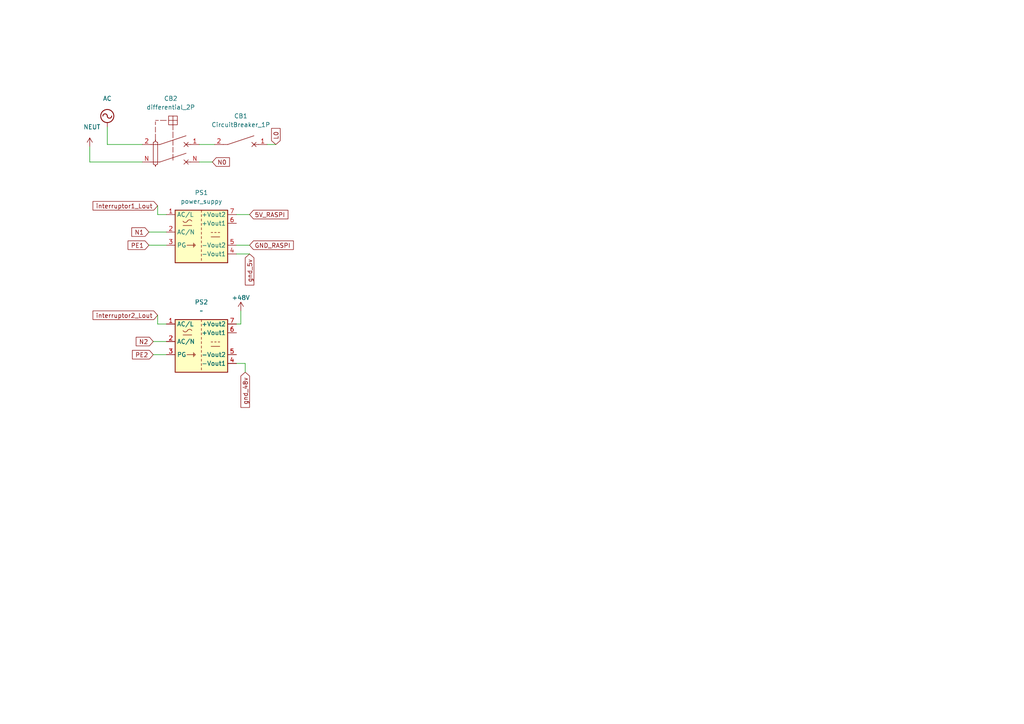
<source format=kicad_sch>
(kicad_sch (version 20211123) (generator eeschema)
  (paper "A4")
  (lib_symbols
    (symbol "Device:CircuitBreaker_1P"
      (property "Reference" "CB" (at 1.905 0 0))
      (property "Value" "CircuitBreaker_1P" (at 1.905 1.905 0))
      (symbol "CircuitBreaker_1P_0_1"
        (polyline (pts (xy 0 -5.08) (xy 0 -3.81)))
        (polyline (pts (xy 0 -3.81) (xy -2.54 3.81)))
      )
      (symbol "CircuitBreaker_1P_1_1"
        (polyline (pts (xy -0.635 4.445) (xy 0.635 3.175)))
        (polyline (pts (xy 0 5.08) (xy 0 3.81)))
        (polyline (pts (xy 0.635 4.445) (xy -0.635 3.175)))
        (pin passive line (at 0 7.62 270) (length 2.54) (name "~") (number "1"))
        (pin passive line (at 0 -7.62 90) (length 2.54) (name "~") (number "2"))
      )
    )
    (symbol "din_rail_devices:differential_2P"
      (property "Reference" "CB" (at 5.08 4.445 0))
      (property "Value" "differential_2P" (at -4.445 2.54 0))
      (symbol "differential_2P_0_1"
        (rectangle (start -9.525 6.35) (end -6.985 3.81))
        (arc (start -2.545 0) (mid -1.455 -0.455) (end -1.91 0.635))
        (arc (start -1.9072 -0.6393) (mid -1.463 0.457) (end -2.5492 -0.0113))
        (polyline (pts (xy -8.255 0) (xy -8.255 0.889)))
        (polyline (pts (xy -8.255 1.397) (xy -8.255 3.175)))
        (polyline (pts (xy -8.255 3.81) (xy -8.255 6.35)))
        (polyline (pts (xy -6.985 0) (xy -7.874 0)))
        (polyline (pts (xy -6.985 5.08) (xy -9.525 5.08)))
        (polyline (pts (xy -6.985 5.08) (xy -5.461 5.08)))
        (polyline (pts (xy -6.35 0) (xy -4.826 0)))
        (polyline (pts (xy -4.953 5.08) (xy -3.175 5.08)))
        (polyline (pts (xy -4.318 0) (xy -2.54 0)))
        (polyline (pts (xy -2.54 5.08) (xy -1.016 5.08)))
        (polyline (pts (xy -1.905 9.525) (xy -0.635 8.255)))
        (polyline (pts (xy -1.27 0) (xy -1.27 -1.27)))
        (polyline (pts (xy -1.27 0) (xy -1.27 1.27)))
        (polyline (pts (xy -1.27 1.27) (xy -3.81 8.89)))
        (polyline (pts (xy -1.27 10.16) (xy -1.27 8.89)))
        (polyline (pts (xy -0.635 9.525) (xy -1.905 8.255)))
        (polyline (pts (xy 1.524 5.08) (xy 3.302 5.08)))
        (polyline (pts (xy 3.81 0) (xy 3.81 -1.27)))
        (polyline (pts (xy 3.81 0) (xy 3.81 1.27)))
        (polyline (pts (xy 3.81 1.27) (xy 1.27 8.89)))
        (polyline (pts (xy 3.81 10.16) (xy 3.81 8.89)))
        (polyline (pts (xy 4.445 -0.635) (xy -1.905 -0.635)))
        (polyline (pts (xy 4.445 0.635) (xy -1.905 0.635)))
        (polyline (pts (xy 4.445 9.525) (xy 3.175 8.255)))
        (polyline (pts (xy -0.508 5.08) (xy 1.016 5.08) (xy 0.762 5.08)))
        (polyline (pts (xy 3.175 9.525) (xy 3.81 8.89) (xy 4.445 8.255)))
        (arc (start 4.4422 0.6393) (mid 3.998 -0.457) (end 5.0842 0.0113))
        (arc (start 5.085 0) (mid 3.9907 0.4508) (end 4.45 -0.635))
      )
      (symbol "differential_2P_1_1"
        (pin passive line (at -1.27 12.7 270) (length 2.54) (name "~") (number "1"))
        (pin passive line (at -1.27 -3.81 90) (length 2.54) (name "~") (number "2"))
        (pin passive line (at 3.81 -3.81 90) (length 2.54) (name "~") (number "N"))
        (pin passive line (at 3.81 12.7 270) (length 2.54) (name "~") (number "N"))
      )
    )
    (symbol "external_modules:power_suppy"
      (property "Reference" "PS" (at -1.27 -11.43 0))
      (property "Value" "power_suppy" (at 0 -12.7 0))
      (symbol "power_suppy_0_1"
        (rectangle (start -7.62 6.35) (end 7.62 -8.89) (stroke (width 0.254)) (fill (type background)))
        (arc (start -5.334 3.175) (mid -4.699 2.7895) (end -4.064 3.175))
        (arc (start -2.794 3.175) (mid -3.429 3.5472) (end -4.064 3.175))
        (polyline (pts (xy -5.334 1.905) (xy -2.794 1.905)))
        (polyline (pts (xy -4.191 -3.81) (xy -2.286 -3.81)))
        (polyline (pts (xy -2.286 -4.445) (xy -2.286 -3.175)))
        (polyline (pts (xy -2.032 -4.191) (xy -2.032 -3.429)))
        (polyline (pts (xy -1.778 -3.683) (xy -1.778 -3.937)))
        (polyline (pts (xy 0 -7.62) (xy 0 -8.255)))
        (polyline (pts (xy 0 -6.35) (xy 0 -6.985)))
        (polyline (pts (xy 0 -5.08) (xy 0 -5.715)))
        (polyline (pts (xy 0 -3.81) (xy 0 -4.445)))
        (polyline (pts (xy 0 -2.54) (xy 0 -3.175)))
        (polyline (pts (xy 0 -1.27) (xy 0 -1.905)))
        (polyline (pts (xy 0 0) (xy 0 -0.635)))
        (polyline (pts (xy 0 1.27) (xy 0 0.635)))
        (polyline (pts (xy 0 2.54) (xy 0 1.905)))
        (polyline (pts (xy 0 3.81) (xy 0 3.175)))
        (polyline (pts (xy 0 5.08) (xy 0 4.445)))
        (polyline (pts (xy 0 6.35) (xy 0 5.715)))
        (polyline (pts (xy 2.794 -1.397) (xy 5.334 -1.397)))
        (polyline (pts (xy 2.794 -0.127) (xy 3.302 -0.127)))
        (polyline (pts (xy 3.81 -0.127) (xy 4.318 -0.127)))
        (polyline (pts (xy 4.826 -0.127) (xy 5.334 -0.127)))
      )
      (symbol "power_suppy_1_1"
        (pin power_in line (at -10.16 5.08 0) (length 2.54) (name "AC/L") (number "1"))
        (pin power_in line (at -10.16 0 0) (length 2.54) (name "AC/N") (number "2"))
        (pin passive line (at -10.16 -3.81 0) (length 2.54) (name "PG") (number "3"))
        (pin power_out line (at 10.16 -6.35 180) (length 2.54) (name "-Vout1") (number "4"))
        (pin power_out line (at 10.16 -3.81 180) (length 2.54) (name "-Vout2") (number "5"))
        (pin power_out line (at 10.16 2.54 180) (length 2.54) (name "+Vout1") (number "6"))
        (pin power_out line (at 10.16 5.08 180) (length 2.54) (name "+Vout2") (number "7"))
      )
    )
    (symbol "power:+48V" (power) (pin_names (offset 0))
      (property "Value" "+48V" (at 0 3.556 0))
      (symbol "+48V_0_1"
        (polyline (pts (xy -0.762 1.27) (xy 0 2.54)))
        (polyline (pts (xy 0 0) (xy 0 2.54)))
        (polyline (pts (xy 0 2.54) (xy 0.762 1.27)))
      )
      (symbol "+48V_1_1"
        (pin power_in line (at 0 0 90) (length 0) hide (name "+48V") (number "1"))
      )
    )
    (symbol "power:AC" (power) (pin_names (offset 0))
      (property "Value" "AC" (at 0 6.35 0))
      (symbol "AC_0_1"
        (polyline (pts (xy 0 0) (xy 0 1.27)))
        (arc (start 0 3.175) (mid -0.635 3.81) (end -1.27 3.175) (stroke (width 0.254)))
        (arc (start 0 3.175) (mid 0.635 2.54) (end 1.27 3.175) (stroke (width 0.254)))
        (circle (center 0 3.175) (radius 1.905) (stroke (width 0.254)))
      )
      (symbol "AC_1_1"
        (pin power_in line (at 0 0 90) (length 0) hide (name "AC") (number "1"))
      )
    )
    (symbol "power:NEUT" (power) (pin_names (offset 0))
      (property "Value" "NEUT" (at 0 3.81 0))
      (symbol "NEUT_0_1"
        (polyline (pts (xy -0.762 1.27) (xy 0 2.54)))
        (polyline (pts (xy 0 0) (xy 0 2.54)))
        (polyline (pts (xy 0 2.54) (xy 0.762 1.27)))
      )
      (symbol "NEUT_1_1"
        (pin power_in line (at 0 0 90) (length 0) hide (name "NEUT") (number "1"))
      )
    )
  )
  (wire (pts (xy 77.47 41.91) (xy 80.01 41.91)))
  (wire (pts (xy 68.58 73.66) (xy 72.39 73.66)))
  (wire (pts (xy 71.12 107.95) (xy 71.12 105.41)))
  (wire (pts (xy 44.45 99.06) (xy 48.26 99.06)))
  (wire (pts (xy 68.58 62.23) (xy 72.39 62.23)))
  (wire (pts (xy 45.72 62.23) (xy 45.72 59.69)))
  (wire (pts (xy 26.035 46.99) (xy 41.275 46.99)))
  (wire (pts (xy 44.45 102.87) (xy 48.26 102.87)))
  (wire (pts (xy 31.115 41.91) (xy 41.275 41.91)))
  (wire (pts (xy 57.785 41.91) (xy 62.23 41.91)))
  (wire (pts (xy 26.035 42.545) (xy 26.035 46.99)))
  (wire (pts (xy 57.785 46.99) (xy 61.595 46.99)))
  (wire (pts (xy 31.115 36.83) (xy 31.115 41.91)))
  (wire (pts (xy 43.18 67.31) (xy 48.26 67.31)))
  (wire (pts (xy 48.26 93.98) (xy 45.72 93.98)))
  (wire (pts (xy 69.85 93.98) (xy 69.85 90.17)))
  (wire (pts (xy 45.72 93.98) (xy 45.72 91.44)))
  (wire (pts (xy 71.12 105.41) (xy 68.58 105.41)))
  (wire (pts (xy 68.58 93.98) (xy 69.85 93.98)))
  (wire (pts (xy 48.26 62.23) (xy 45.72 62.23)))
  (wire (pts (xy 68.58 71.12) (xy 72.39 71.12)))
  (wire (pts (xy 43.18 71.12) (xy 48.26 71.12)))
  (global_label "N1" (shape input) (at 43.18 67.31 180) (property "Intersheet References" "${INTERSHEET_REFS}" (effects hide)))
  (global_label "interruptor2_Lout" (shape input) (at 45.72 91.44 180) (property "Intersheet References" "${INTERSHEET_REFS}" (effects hide)))
  (global_label "interruptor1_Lout" (shape input) (at 45.72 59.69 180) (property "Intersheet References" "${INTERSHEET_REFS}" (effects hide)))
  (global_label "N2" (shape input) (at 44.45 99.06 180) (property "Intersheet References" "${INTERSHEET_REFS}" (effects hide)))
  (global_label "PE1" (shape input) (at 43.18 71.12 180) (property "Intersheet References" "${INTERSHEET_REFS}" (effects hide)))
  (global_label "gnd_48v" (shape input) (at 71.12 107.95 270) (property "Intersheet References" "${INTERSHEET_REFS}" (effects hide)))
  (global_label "GND_RASPI" (shape input) (at 72.39 71.12 0) (property "Intersheet References" "${INTERSHEET_REFS}" (effects hide)))
  (global_label "gnd_5v" (shape input) (at 72.39 73.66 270) (property "Intersheet References" "${INTERSHEET_REFS}" (effects hide)))
  (global_label "L0" (shape input) (at 80.01 41.91 90) (property "Intersheet References" "${INTERSHEET_REFS}" (effects hide)))
  (global_label "5V_RASPI" (shape input) (at 72.39 62.23 0) (property "Intersheet References" "${INTERSHEET_REFS}" (effects hide)))
  (global_label "PE2" (shape input) (at 44.45 102.87 180) (property "Intersheet References" "${INTERSHEET_REFS}" (effects hide)))
  (global_label "N0" (shape input) (at 61.595 46.99 0) (property "Intersheet References" "${INTERSHEET_REFS}" (effects hide)))
  (symbol (lib_id "power:AC") (at 31.115 36.83 0) (unit 1)
    (property "Reference" "#PWR01" (effects hide))
    (property "Value" "AC" (at 31.115 28.575 0))
  )
  (symbol (lib_id "din_rail_devices:differential_2P") (at 45.085 43.18 270) (unit 1)
    (property "Reference" "CB2" (at 49.53 28.575 90))
    (property "Value" "differential_2P" (at 49.53 31.115 90))
  )
  (symbol (lib_id "power:+48V") (at 69.85 90.17 0) (unit 1)
    (property "Reference" "#PWR03" (effects hide))
    (property "Value" "+48V" (at 69.85 86.36 0))
  )
  (symbol (lib_id "external_modules:power_suppy") (at 58.42 99.06 0) (unit 1)
    (property "Reference" "PS2" (at 58.42 87.63 0))
    (property "Value" "~" (at 58.42 90.17 0))
  )
  (symbol (lib_id "Device:CircuitBreaker_1P") (at 69.85 41.91 270) (unit 1)
    (property "Reference" "CB1" (at 69.85 33.655 90))
    (property "Value" "CircuitBreaker_1P" (at 69.85 36.195 90))
  )
  (symbol (lib_id "external_modules:power_suppy") (at 58.42 67.31 0) (unit 1)
    (property "Reference" "PS1" (at 58.42 55.88 0))
    (property "Value" "power_suppy" (at 58.42 58.42 0))
  )
  (symbol (lib_id "power:NEUT") (at 26.035 42.545 0) (unit 1)
    (property "Reference" "#PWR02" (effects hide))
    (property "Value" "NEUT" (at 26.67 36.83 0))
  )
)
</source>
